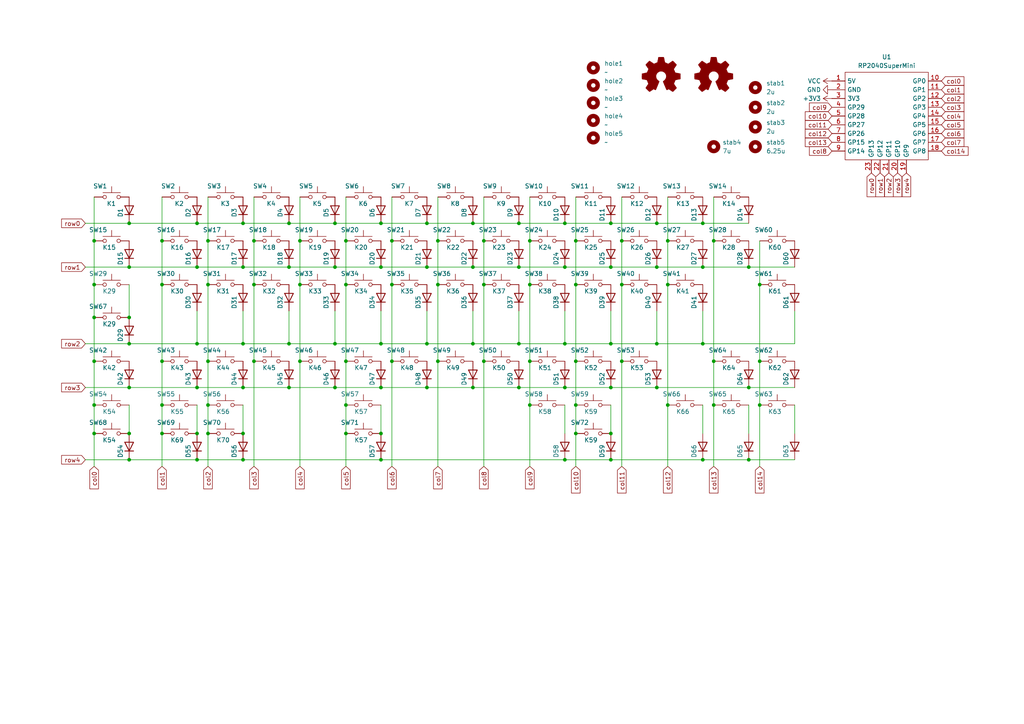
<source format=kicad_sch>
(kicad_sch (version 20230121) (generator eeschema)
  (paper "A4")
  (junction (at 100.33 69.85))
  (junction (at 140.335 104.775))
  (junction (at 110.49 99.695))
  (junction (at 70.485 125.73))
  (junction (at 27.305 125.73))
  (junction (at 180.34 82.55))
  (junction (at 113.665 69.85))
  (junction (at 46.99 69.85))
  (junction (at 180.34 104.775))
  (junction (at 220.345 82.55))
  (junction (at 37.465 99.695))
  (junction (at 123.825 112.395))
  (junction (at 207.01 104.775))
  (junction (at 163.83 64.77))
  (junction (at 167.005 117.475))
  (junction (at 100.33 82.55))
  (junction (at 60.325 117.475))
  (junction (at 217.17 133.35))
  (junction (at 57.15 125.73))
  (junction (at 137.16 77.47))
  (junction (at 163.83 77.47))
  (junction (at 60.325 104.775))
  (junction (at 73.66 82.55))
  (junction (at 193.675 69.85))
  (junction (at 167.005 104.775))
  (junction (at 217.17 112.395))
  (junction (at 113.665 104.775))
  (junction (at 140.335 82.55))
  (junction (at 46.99 125.73))
  (junction (at 97.155 64.77))
  (junction (at 70.485 64.77))
  (junction (at 86.995 82.55))
  (junction (at 193.675 117.475))
  (junction (at 220.345 104.775))
  (junction (at 177.165 64.77))
  (junction (at 153.67 104.775))
  (junction (at 153.67 82.55))
  (junction (at 60.325 69.85))
  (junction (at 137.16 64.77))
  (junction (at 180.34 69.85))
  (junction (at 97.155 77.47))
  (junction (at 203.835 99.695))
  (junction (at 60.325 82.55))
  (junction (at 123.825 77.47))
  (junction (at 73.66 104.775))
  (junction (at 190.5 77.47))
  (junction (at 100.33 104.775))
  (junction (at 70.485 99.695))
  (junction (at 167.005 69.85))
  (junction (at 190.5 64.77))
  (junction (at 37.465 77.47))
  (junction (at 97.155 112.395))
  (junction (at 57.15 133.35))
  (junction (at 217.17 77.47))
  (junction (at 100.33 117.475))
  (junction (at 73.66 69.85))
  (junction (at 46.99 117.475))
  (junction (at 203.835 64.77))
  (junction (at 86.995 69.85))
  (junction (at 177.165 133.35))
  (junction (at 83.82 64.77))
  (junction (at 83.82 77.47))
  (junction (at 110.49 112.395))
  (junction (at 150.495 64.77))
  (junction (at 100.33 125.73))
  (junction (at 110.49 133.35))
  (junction (at 46.99 104.775))
  (junction (at 70.485 112.395))
  (junction (at 37.465 64.77))
  (junction (at 37.465 125.73))
  (junction (at 37.465 92.075))
  (junction (at 70.485 77.47))
  (junction (at 177.165 77.47))
  (junction (at 153.67 69.85))
  (junction (at 27.305 69.85))
  (junction (at 110.49 64.77))
  (junction (at 70.485 133.35))
  (junction (at 123.825 99.695))
  (junction (at 203.835 77.47))
  (junction (at 110.49 125.73))
  (junction (at 27.305 82.55))
  (junction (at 57.15 99.695))
  (junction (at 190.5 99.695))
  (junction (at 83.82 112.395))
  (junction (at 167.005 125.73))
  (junction (at 207.01 117.475))
  (junction (at 153.67 117.475))
  (junction (at 83.82 99.695))
  (junction (at 46.99 82.55))
  (junction (at 163.83 112.395))
  (junction (at 163.83 99.695))
  (junction (at 177.165 125.73))
  (junction (at 86.995 104.775))
  (junction (at 150.495 112.395))
  (junction (at 163.83 133.35))
  (junction (at 37.465 133.35))
  (junction (at 137.16 99.695))
  (junction (at 27.305 104.775))
  (junction (at 127 104.775))
  (junction (at 37.465 112.395))
  (junction (at 207.01 69.85))
  (junction (at 127 82.55))
  (junction (at 190.5 112.395))
  (junction (at 203.835 133.35))
  (junction (at 27.305 92.075))
  (junction (at 113.665 82.55))
  (junction (at 57.15 77.47))
  (junction (at 140.335 69.85))
  (junction (at 177.165 112.395))
  (junction (at 97.155 99.695))
  (junction (at 60.325 125.73))
  (junction (at 57.15 64.77))
  (junction (at 220.345 117.475))
  (junction (at 150.495 77.47))
  (junction (at 137.16 112.395))
  (junction (at 167.005 82.55))
  (junction (at 123.825 64.77))
  (junction (at 177.165 99.695))
  (junction (at 57.15 112.395))
  (junction (at 127 69.85))
  (junction (at 27.305 117.475))
  (junction (at 150.495 99.695))
  (junction (at 110.49 77.47))
  (junction (at 193.675 82.55))
  (wire (pts (xy 180.34 69.85) (xy 180.34 82.55)))
  (wire (pts (xy 150.495 64.77) (xy 163.83 64.77)))
  (wire (pts (xy 27.305 104.775) (xy 27.305 117.475)))
  (wire (pts (xy 177.165 77.47) (xy 190.5 77.47)))
  (wire (pts (xy 83.82 99.695) (xy 97.155 99.695)))
  (wire (pts (xy 190.5 112.395) (xy 217.17 112.395)))
  (wire (pts (xy 70.485 133.35) (xy 110.49 133.35)))
  (wire (pts (xy 140.335 82.55) (xy 140.335 104.775)))
  (wire (pts (xy 123.825 112.395) (xy 137.16 112.395)))
  (wire (pts (xy 73.66 104.775) (xy 73.66 135.255)))
  (wire (pts (xy 177.165 99.695) (xy 190.5 99.695)))
  (wire (pts (xy 37.465 125.73) (xy 37.465 117.475)))
  (wire (pts (xy 123.825 99.695) (xy 123.825 90.17)))
  (wire (pts (xy 190.5 99.695) (xy 203.835 99.695)))
  (wire (pts (xy 24.765 77.47) (xy 37.465 77.47)))
  (wire (pts (xy 60.325 57.15) (xy 60.325 69.85)))
  (wire (pts (xy 153.67 82.55) (xy 153.67 104.775)))
  (wire (pts (xy 60.325 125.73) (xy 60.325 135.255)))
  (wire (pts (xy 27.305 92.075) (xy 27.305 104.775)))
  (wire (pts (xy 113.665 104.775) (xy 113.665 135.255)))
  (wire (pts (xy 37.465 77.47) (xy 57.15 77.47)))
  (wire (pts (xy 60.325 117.475) (xy 60.325 125.73)))
  (wire (pts (xy 86.995 82.55) (xy 86.995 104.775)))
  (wire (pts (xy 190.5 99.695) (xy 190.5 90.17)))
  (wire (pts (xy 153.67 57.15) (xy 153.67 69.85)))
  (wire (pts (xy 203.835 64.77) (xy 217.17 64.77)))
  (wire (pts (xy 127 57.15) (xy 127 69.85)))
  (wire (pts (xy 163.83 112.395) (xy 177.165 112.395)))
  (wire (pts (xy 70.485 99.695) (xy 70.485 90.17)))
  (wire (pts (xy 137.16 112.395) (xy 150.495 112.395)))
  (wire (pts (xy 140.335 104.775) (xy 140.335 135.255)))
  (wire (pts (xy 100.33 82.55) (xy 100.33 104.775)))
  (wire (pts (xy 190.5 64.77) (xy 203.835 64.77)))
  (wire (pts (xy 167.005 57.15) (xy 167.005 69.85)))
  (wire (pts (xy 163.83 99.695) (xy 177.165 99.695)))
  (wire (pts (xy 113.665 82.55) (xy 113.665 104.775)))
  (wire (pts (xy 46.99 117.475) (xy 46.99 125.73)))
  (wire (pts (xy 153.67 69.85) (xy 153.67 82.55)))
  (wire (pts (xy 180.34 104.775) (xy 180.34 135.255)))
  (wire (pts (xy 193.675 82.55) (xy 193.675 117.475)))
  (wire (pts (xy 110.49 64.77) (xy 123.825 64.77)))
  (wire (pts (xy 110.49 133.35) (xy 163.83 133.35)))
  (wire (pts (xy 127 69.85) (xy 127 82.55)))
  (wire (pts (xy 110.49 77.47) (xy 123.825 77.47)))
  (wire (pts (xy 100.33 57.15) (xy 100.33 69.85)))
  (wire (pts (xy 100.33 69.85) (xy 100.33 82.55)))
  (wire (pts (xy 70.485 99.695) (xy 83.82 99.695)))
  (wire (pts (xy 70.485 112.395) (xy 83.82 112.395)))
  (wire (pts (xy 137.16 64.77) (xy 150.495 64.77)))
  (wire (pts (xy 123.825 99.695) (xy 137.16 99.695)))
  (wire (pts (xy 167.005 82.55) (xy 167.005 104.775)))
  (wire (pts (xy 220.345 117.475) (xy 220.345 135.255)))
  (wire (pts (xy 137.16 99.695) (xy 137.16 90.17)))
  (wire (pts (xy 163.83 133.35) (xy 177.165 133.35)))
  (wire (pts (xy 97.155 64.77) (xy 110.49 64.77)))
  (wire (pts (xy 27.305 117.475) (xy 27.305 125.73)))
  (wire (pts (xy 167.005 104.775) (xy 167.005 117.475)))
  (wire (pts (xy 123.825 64.77) (xy 137.16 64.77)))
  (wire (pts (xy 177.165 64.77) (xy 190.5 64.77)))
  (wire (pts (xy 217.17 77.47) (xy 230.505 77.47)))
  (wire (pts (xy 46.99 69.85) (xy 46.99 82.55)))
  (wire (pts (xy 207.01 57.15) (xy 207.01 69.85)))
  (wire (pts (xy 37.465 133.35) (xy 57.15 133.35)))
  (wire (pts (xy 97.155 99.695) (xy 97.155 90.17)))
  (wire (pts (xy 193.675 117.475) (xy 193.675 135.255)))
  (wire (pts (xy 110.49 99.695) (xy 110.49 90.17)))
  (wire (pts (xy 163.83 125.73) (xy 163.83 117.475)))
  (wire (pts (xy 86.995 57.15) (xy 86.995 69.85)))
  (wire (pts (xy 150.495 77.47) (xy 163.83 77.47)))
  (wire (pts (xy 150.495 112.395) (xy 163.83 112.395)))
  (wire (pts (xy 163.83 77.47) (xy 177.165 77.47)))
  (wire (pts (xy 83.82 112.395) (xy 97.155 112.395)))
  (wire (pts (xy 203.835 99.695) (xy 203.835 90.17)))
  (wire (pts (xy 113.665 69.85) (xy 113.665 82.55)))
  (wire (pts (xy 110.49 125.73) (xy 110.49 117.475)))
  (wire (pts (xy 57.15 125.73) (xy 57.15 117.475)))
  (wire (pts (xy 27.305 69.85) (xy 27.305 82.55)))
  (wire (pts (xy 60.325 104.775) (xy 60.325 117.475)))
  (wire (pts (xy 57.15 99.695) (xy 57.15 90.17)))
  (wire (pts (xy 57.15 99.695) (xy 70.485 99.695)))
  (wire (pts (xy 73.66 57.15) (xy 73.66 69.85)))
  (wire (pts (xy 97.155 112.395) (xy 110.49 112.395)))
  (wire (pts (xy 177.165 133.35) (xy 203.835 133.35)))
  (wire (pts (xy 127 104.775) (xy 127 135.255)))
  (wire (pts (xy 70.485 77.47) (xy 83.82 77.47)))
  (wire (pts (xy 193.675 69.85) (xy 193.675 82.55)))
  (wire (pts (xy 46.99 82.55) (xy 46.99 104.775)))
  (wire (pts (xy 100.33 117.475) (xy 100.33 125.73)))
  (wire (pts (xy 113.665 57.15) (xy 113.665 69.85)))
  (wire (pts (xy 27.305 82.55) (xy 27.305 92.075)))
  (wire (pts (xy 57.15 64.77) (xy 70.485 64.77)))
  (wire (pts (xy 153.67 117.475) (xy 153.67 135.255)))
  (wire (pts (xy 110.49 112.395) (xy 123.825 112.395)))
  (wire (pts (xy 37.465 64.77) (xy 57.15 64.77)))
  (wire (pts (xy 46.99 125.73) (xy 46.99 135.255)))
  (wire (pts (xy 203.835 133.35) (xy 217.17 133.35)))
  (wire (pts (xy 193.675 57.15) (xy 193.675 69.85)))
  (wire (pts (xy 24.765 112.395) (xy 37.465 112.395)))
  (wire (pts (xy 217.17 112.395) (xy 230.505 112.395)))
  (wire (pts (xy 220.345 69.85) (xy 220.345 82.55)))
  (wire (pts (xy 127 82.55) (xy 127 104.775)))
  (wire (pts (xy 37.465 92.075) (xy 37.465 82.55)))
  (wire (pts (xy 83.82 99.695) (xy 83.82 90.17)))
  (wire (pts (xy 167.005 69.85) (xy 167.005 82.55)))
  (wire (pts (xy 203.835 99.695) (xy 230.505 99.695)))
  (wire (pts (xy 123.825 77.47) (xy 137.16 77.47)))
  (wire (pts (xy 70.485 125.73) (xy 70.485 117.475)))
  (wire (pts (xy 86.995 69.85) (xy 86.995 82.55)))
  (wire (pts (xy 83.82 77.47) (xy 97.155 77.47)))
  (wire (pts (xy 217.17 133.35) (xy 230.505 133.35)))
  (wire (pts (xy 163.83 64.77) (xy 177.165 64.77)))
  (wire (pts (xy 57.15 112.395) (xy 70.485 112.395)))
  (wire (pts (xy 27.305 57.15) (xy 27.305 69.85)))
  (wire (pts (xy 220.345 82.55) (xy 220.345 104.775)))
  (wire (pts (xy 207.01 117.475) (xy 207.01 135.255)))
  (wire (pts (xy 57.15 133.35) (xy 70.485 133.35)))
  (wire (pts (xy 60.325 69.85) (xy 60.325 82.55)))
  (wire (pts (xy 150.495 99.695) (xy 163.83 99.695)))
  (wire (pts (xy 24.765 64.77) (xy 37.465 64.77)))
  (wire (pts (xy 46.99 104.775) (xy 46.99 117.475)))
  (wire (pts (xy 73.66 69.85) (xy 73.66 82.55)))
  (wire (pts (xy 203.835 77.47) (xy 217.17 77.47)))
  (wire (pts (xy 177.165 125.73) (xy 177.165 117.475)))
  (wire (pts (xy 203.835 125.73) (xy 203.835 117.475)))
  (wire (pts (xy 37.465 99.695) (xy 57.15 99.695)))
  (wire (pts (xy 24.765 133.35) (xy 37.465 133.35)))
  (wire (pts (xy 220.345 104.775) (xy 220.345 117.475)))
  (wire (pts (xy 27.305 125.73) (xy 27.305 135.255)))
  (wire (pts (xy 217.17 125.73) (xy 217.17 117.475)))
  (wire (pts (xy 100.33 125.73) (xy 100.33 135.255)))
  (wire (pts (xy 150.495 99.695) (xy 150.495 90.17)))
  (wire (pts (xy 110.49 99.695) (xy 123.825 99.695)))
  (wire (pts (xy 167.005 117.475) (xy 167.005 125.73)))
  (wire (pts (xy 137.16 77.47) (xy 150.495 77.47)))
  (wire (pts (xy 70.485 64.77) (xy 83.82 64.77)))
  (wire (pts (xy 97.155 77.47) (xy 110.49 77.47)))
  (wire (pts (xy 207.01 69.85) (xy 207.01 104.775)))
  (wire (pts (xy 37.465 112.395) (xy 57.15 112.395)))
  (wire (pts (xy 190.5 112.395) (xy 177.165 112.395)))
  (wire (pts (xy 100.33 104.775) (xy 100.33 117.475)))
  (wire (pts (xy 230.505 125.73) (xy 230.505 117.475)))
  (wire (pts (xy 140.335 69.85) (xy 140.335 82.55)))
  (wire (pts (xy 57.15 77.47) (xy 70.485 77.47)))
  (wire (pts (xy 46.99 57.15) (xy 46.99 69.85)))
  (wire (pts (xy 180.34 82.55) (xy 180.34 104.775)))
  (wire (pts (xy 207.01 104.775) (xy 207.01 117.475)))
  (wire (pts (xy 190.5 77.47) (xy 203.835 77.47)))
  (wire (pts (xy 97.155 99.695) (xy 110.49 99.695)))
  (wire (pts (xy 83.82 64.77) (xy 97.155 64.77)))
  (wire (pts (xy 73.66 82.55) (xy 73.66 104.775)))
  (wire (pts (xy 60.325 82.55) (xy 60.325 104.775)))
  (wire (pts (xy 180.34 57.15) (xy 180.34 69.85)))
  (wire (pts (xy 153.67 104.775) (xy 153.67 117.475)))
  (wire (pts (xy 24.765 99.695) (xy 37.465 99.695)))
  (wire (pts (xy 140.335 57.15) (xy 140.335 69.85)))
  (wire (pts (xy 86.995 104.775) (xy 86.995 135.255)))
  (wire (pts (xy 177.165 99.695) (xy 177.165 90.17)))
  (wire (pts (xy 167.005 125.73) (xy 167.005 135.255)))
  (wire (pts (xy 137.16 99.695) (xy 150.495 99.695)))
  (wire (pts (xy 163.83 99.695) (xy 163.83 90.17)))
  (wire (pts (xy 230.505 99.695) (xy 230.505 90.17)))
  (global_label "row1" (shape input) (at 255.27 50.165 270) (property "Intersheetrefs" "${INTERSHEET_REFS}" (effects hide)))
  (global_label "row1" (shape input) (at 24.765 77.47 180) (property "Intersheetrefs" "${INTERSHEET_REFS}" (effects hide)))
  (global_label "row4" (shape input) (at 262.89 50.165 270) (property "Intersheetrefs" "${INTERSHEET_REFS}" (effects hide)))
  (global_label "row0" (shape input) (at 24.765 64.77 180) (property "Intersheetrefs" "${INTERSHEET_REFS}" (effects hide)))
  (global_label "col12" (shape input) (at 193.675 135.255 270) (property "Intersheetrefs" "${INTERSHEET_REFS}" (effects hide)))
  (global_label "col8" (shape input) (at 140.335 135.255 270) (property "Intersheetrefs" "${INTERSHEET_REFS}" (effects hide)))
  (global_label "row3" (shape input) (at 24.765 112.395 180) (property "Intersheetrefs" "${INTERSHEET_REFS}" (effects hide)))
  (global_label "col6" (shape input) (at 113.665 135.255 270) (property "Intersheetrefs" "${INTERSHEET_REFS}" (effects hide)))
  (global_label "col3" (shape input) (at 273.05 31.115 0) (property "Intersheetrefs" "${INTERSHEET_REFS}" (effects hide)))
  (global_label "col12" (shape input) (at 241.3 38.735 180) (property "Intersheetrefs" "${INTERSHEET_REFS}" (effects hide)))
  (global_label "col6" (shape input) (at 273.05 38.735 0) (property "Intersheetrefs" "${INTERSHEET_REFS}" (effects hide)))
  (global_label "col13" (shape input) (at 241.3 41.275 180) (property "Intersheetrefs" "${INTERSHEET_REFS}" (effects hide)))
  (global_label "row4" (shape input) (at 24.765 133.35 180) (property "Intersheetrefs" "${INTERSHEET_REFS}" (effects hide)))
  (global_label "col9" (shape input) (at 241.3 31.115 180) (property "Intersheetrefs" "${INTERSHEET_REFS}" (effects hide)))
  (global_label "col4" (shape input) (at 273.05 33.655 0) (property "Intersheetrefs" "${INTERSHEET_REFS}" (effects hide)))
  (global_label "col13" (shape input) (at 207.01 135.255 270) (property "Intersheetrefs" "${INTERSHEET_REFS}" (effects hide)))
  (global_label "col1" (shape input) (at 46.99 135.255 270) (property "Intersheetrefs" "${INTERSHEET_REFS}" (effects hide)))
  (global_label "col8" (shape input) (at 241.3 43.815 180) (property "Intersheetrefs" "${INTERSHEET_REFS}" (effects hide)))
  (global_label "col3" (shape input) (at 73.66 135.255 270) (property "Intersheetrefs" "${INTERSHEET_REFS}" (effects hide)))
  (global_label "row2" (shape input) (at 24.765 99.695 180) (property "Intersheetrefs" "${INTERSHEET_REFS}" (effects hide)))
  (global_label "col7" (shape input) (at 127 135.255 270) (property "Intersheetrefs" "${INTERSHEET_REFS}" (effects hide)))
  (global_label "col1" (shape input) (at 273.05 26.035 0) (property "Intersheetrefs" "${INTERSHEET_REFS}" (effects hide)))
  (global_label "col0" (shape input) (at 273.05 23.495 0) (property "Intersheetrefs" "${INTERSHEET_REFS}" (effects hide)))
  (global_label "row2" (shape input) (at 257.81 50.165 270) (property "Intersheetrefs" "${INTERSHEET_REFS}" (effects hide)))
  (global_label "col0" (shape input) (at 27.305 135.255 270) (property "Intersheetrefs" "${INTERSHEET_REFS}" (effects hide)))
  (global_label "col10" (shape input) (at 167.005 135.255 270) (property "Intersheetrefs" "${INTERSHEET_REFS}" (effects hide)))
  (global_label "col10" (shape input) (at 241.3 33.655 180) (property "Intersheetrefs" "${INTERSHEET_REFS}" (effects hide)))
  (global_label "col7" (shape input) (at 273.05 41.275 0) (property "Intersheetrefs" "${INTERSHEET_REFS}" (effects hide)))
  (global_label "col5" (shape input) (at 100.33 135.255 270) (property "Intersheetrefs" "${INTERSHEET_REFS}" (effects hide)))
  (global_label "row0" (shape input) (at 252.73 50.165 270) (property "Intersheetrefs" "${INTERSHEET_REFS}" (effects hide)))
  (global_label "col11" (shape input) (at 180.34 135.255 270) (property "Intersheetrefs" "${INTERSHEET_REFS}" (effects hide)))
  (global_label "col4" (shape input) (at 86.995 135.255 270) (property "Intersheetrefs" "${INTERSHEET_REFS}" (effects hide)))
  (global_label "col2" (shape input) (at 273.05 28.575 0) (property "Intersheetrefs" "${INTERSHEET_REFS}" (effects hide)))
  (global_label "col5" (shape input) (at 273.05 36.195 0) (property "Intersheetrefs" "${INTERSHEET_REFS}" (effects hide)))
  (global_label "col9" (shape input) (at 153.67 135.255 270) (property "Intersheetrefs" "${INTERSHEET_REFS}" (effects hide)))
  (global_label "col14" (shape input) (at 220.345 135.255 270) (property "Intersheetrefs" "${INTERSHEET_REFS}" (effects hide)))
  (global_label "row3" (shape input) (at 260.35 50.165 270) (property "Intersheetrefs" "${INTERSHEET_REFS}" (effects hide)))
  (global_label "col14" (shape input) (at 273.05 43.815 0) (property "Intersheetrefs" "${INTERSHEET_REFS}" (effects hide)))
  (global_label "col2" (shape input) (at 60.325 135.255 270) (property "Intersheetrefs" "${INTERSHEET_REFS}" (effects hide)))
  (global_label "col11" (shape input) (at 241.3 36.195 180) (property "Intersheetrefs" "${INTERSHEET_REFS}" (effects hide)))
  (symbol (lib_id "Mechanical:MountingHole") (at 219.075 25.4 0) (unit 1)
    (property "Reference" "stab1" (at 222.25 24.13 0) (effects (justify left)))
    (property "Value" "2u" (at 222.25 26.67 0) (effects (justify left)))
    (property "Footprint" "PCM_Mounting_Keyboard_Stabilizer:Stabilizer_Cherry_MX_2.00u" (effects hide))
  )
  (symbol (lib_id "Switch:SW_Push") (at 118.745 57.15 0) (unit 1)
    (property "Reference" "SW7" (at 117.475 53.975 0) (effects (justify right)))
    (property "Value" "K7" (at 120.015 59.055 0) (effects (justify right)))
    (property "Footprint" "DreaM117er-keebLibrary:SW_Hotswap_Kailh_MX_Plated_1.00u" (effects hide))
  )
  (symbol (lib_id "Diode:1N4148") (at 163.83 60.96 90) (unit 1)
    (property "Reference" "D10" (at 161.29 60.325 0) (effects (justify right)))
    (property "Value" "1N4148" (effects hide))
    (property "Footprint" "DreaM117er-keebLibrary:D_SOD-123" (effects hide))
    (property "Datasheet" "https://assets.nexperia.com/documents/data-sheet/1N4148_1N4448.pdf" (effects hide))
    (property "Sim.Device" "D" (effects hide))
    (property "Sim.Pins" "1=K 2=A" (effects hide))
  )
  (symbol (lib_id "Diode:1N4148") (at 190.5 108.585 90) (unit 1)
    (property "Reference" "D53" (at 187.96 107.95 0) (effects (justify right)))
    (property "Value" "1N4148" (effects hide))
    (property "Footprint" "DreaM117er-keebLibrary:D_SOD-123" (effects hide))
    (property "Datasheet" "https://assets.nexperia.com/documents/data-sheet/1N4148_1N4448.pdf" (effects hide))
    (property "Sim.Device" "D" (effects hide))
    (property "Sim.Pins" "1=K 2=A" (effects hide))
  )
  (symbol (lib_id "Diode:1N4148") (at 97.155 108.585 90) (unit 1)
    (property "Reference" "D46" (at 94.615 107.95 0) (effects (justify right)))
    (property "Value" "1N4148" (effects hide))
    (property "Footprint" "DreaM117er-keebLibrary:D_SOD-123" (effects hide))
    (property "Datasheet" "https://assets.nexperia.com/documents/data-sheet/1N4148_1N4448.pdf" (effects hide))
    (property "Sim.Device" "D" (effects hide))
    (property "Sim.Pins" "1=K 2=A" (effects hide))
  )
  (symbol (lib_id "Switch:SW_Push") (at 212.09 117.475 0) (unit 1)
    (property "Reference" "SW65" (at 210.82 114.3 0) (effects (justify right)))
    (property "Value" "K65" (at 213.36 119.38 0) (effects (justify right)))
    (property "Footprint" "DreaM117er-keebLibrary:SW_Hotswap_Kailh_MX_Plated_1.00u" (effects hide))
  )
  (symbol (lib_id "Diode:1N4148") (at 123.825 60.96 90) (unit 1)
    (property "Reference" "D7" (at 121.285 60.325 0) (effects (justify right)))
    (property "Value" "1N4148" (effects hide))
    (property "Footprint" "DreaM117er-keebLibrary:D_SOD-123" (effects hide))
    (property "Datasheet" "https://assets.nexperia.com/documents/data-sheet/1N4148_1N4448.pdf" (effects hide))
    (property "Sim.Device" "D" (effects hide))
    (property "Sim.Pins" "1=K 2=A" (effects hide))
  )
  (symbol (lib_id "Diode:1N4148") (at 110.49 108.585 90) (unit 1)
    (property "Reference" "D47" (at 107.95 107.95 0) (effects (justify right)))
    (property "Value" "1N4148" (effects hide))
    (property "Footprint" "DreaM117er-keebLibrary:D_SOD-123" (effects hide))
    (property "Datasheet" "https://assets.nexperia.com/documents/data-sheet/1N4148_1N4448.pdf" (effects hide))
    (property "Sim.Device" "D" (effects hide))
    (property "Sim.Pins" "1=K 2=A" (effects hide))
  )
  (symbol (lib_id "Graphic:Logo_Open_Hardware_Small") (at 191.77 22.225 0) (unit 1) (in_bom no) (on_board no)
    (property "Reference" "#SYM2" (effects hide))
    (property "Value" "Logo_Open_Hardware_Small" (effects hide))
    (property "Footprint" "Symbol:OSHW-Symbol_6.7x6mm_SilkScreen" (effects hide))
    (property "Sim.Enable" "0" (effects hide))
  )
  (symbol (lib_id "Diode:1N4148") (at 37.465 108.585 90) (unit 1)
    (property "Reference" "D42" (at 34.925 107.95 0) (effects (justify right)))
    (property "Value" "1N4148" (effects hide))
    (property "Footprint" "DreaM117er-keebLibrary:D_SOD-123" (effects hide))
    (property "Datasheet" "https://assets.nexperia.com/documents/data-sheet/1N4148_1N4448.pdf" (effects hide))
    (property "Sim.Device" "D" (effects hide))
    (property "Sim.Pins" "1=K 2=A" (effects hide))
  )
  (symbol (lib_id "Diode:1N4148") (at 123.825 73.66 90) (unit 1)
    (property "Reference" "D21" (at 121.285 73.025 0) (effects (justify right)))
    (property "Value" "1N4148" (effects hide))
    (property "Footprint" "DreaM117er-keebLibrary:D_SOD-123" (effects hide))
    (property "Datasheet" "https://assets.nexperia.com/documents/data-sheet/1N4148_1N4448.pdf" (effects hide))
    (property "Sim.Device" "D" (effects hide))
    (property "Sim.Pins" "1=K 2=A" (effects hide))
  )
  (symbol (lib_id "Mechanical:MountingHole") (at 172.085 19.685 0) (unit 1)
    (property "Reference" "hole1" (at 175.26 18.415 0) (effects (justify left)))
    (property "Value" "~" (at 175.26 20.955 0) (effects (justify left)))
    (property "Footprint" "MountingHole:MountingHole_3.5mm" (effects hide))
  )
  (symbol (lib_id "Switch:SW_Push") (at 172.085 117.475 0) (unit 1)
    (property "Reference" "SW59" (at 170.815 114.3 0) (effects (justify right)))
    (property "Value" "K59" (at 173.355 119.38 0) (effects (justify right)))
    (property "Footprint" "DreaM117er-keebLibrary:SW_Hotswap_Kailh_MX_Plated_1.25u" (effects hide))
  )
  (symbol (lib_id "Switch:SW_Push") (at 132.08 104.775 0) (unit 1)
    (property "Reference" "SW49" (at 130.81 101.6 0) (effects (justify right)))
    (property "Value" "K49" (at 133.35 106.68 0) (effects (justify right)))
    (property "Footprint" "DreaM117er-keebLibrary:SW_Hotswap_Kailh_MX_Plated_1.00u" (effects hide))
  )
  (symbol (lib_id "Diode:1N4148") (at 217.17 73.66 90) (unit 1)
    (property "Reference" "D28" (at 214.63 73.025 0) (effects (justify right)))
    (property "Value" "1N4148" (effects hide))
    (property "Footprint" "DreaM117er-keebLibrary:D_SOD-123" (effects hide))
    (property "Datasheet" "https://assets.nexperia.com/documents/data-sheet/1N4148_1N4448.pdf" (effects hide))
    (property "Sim.Device" "D" (effects hide))
    (property "Sim.Pins" "1=K 2=A" (effects hide))
  )
  (symbol (lib_id "Switch:SW_Push") (at 32.385 125.73 0) (unit 1)
    (property "Reference" "SW68" (at 31.115 122.555 0) (effects (justify right)))
    (property "Value" "K54" (at 33.655 127.635 0) (effects (justify right)))
    (property "Footprint" "DreaM117er-keebLibrary:SW_Hotswap_Kailh_MX_Plated_1.50u" (effects hide))
  )
  (symbol (lib_id "Switch:SW_Push") (at 118.745 82.55 0) (unit 1)
    (property "Reference" "SW35" (at 117.475 79.375 0) (effects (justify right)))
    (property "Value" "K35" (at 120.015 84.455 0) (effects (justify right)))
    (property "Footprint" "DreaM117er-keebLibrary:SW_Hotswap_Kailh_MX_Plated_1.00u" (effects hide))
  )
  (symbol (lib_id "Diode:1N4148") (at 70.485 73.66 90) (unit 1)
    (property "Reference" "D17" (at 67.945 73.025 0) (effects (justify right)))
    (property "Value" "1N4148" (effects hide))
    (property "Footprint" "DreaM117er-keebLibrary:D_SOD-123" (effects hide))
    (property "Datasheet" "https://assets.nexperia.com/documents/data-sheet/1N4148_1N4448.pdf" (effects hide))
    (property "Sim.Device" "D" (effects hide))
    (property "Sim.Pins" "1=K 2=A" (effects hide))
  )
  (symbol (lib_id "Switch:SW_Push") (at 65.405 104.775 0) (unit 1)
    (property "Reference" "SW44" (at 64.135 101.6 0) (effects (justify right)))
    (property "Value" "K44" (at 66.675 106.68 0) (effects (justify right)))
    (property "Footprint" "DreaM117er-keebLibrary:SW_Hotswap_Kailh_MX_Plated_1.00u" (effects hide))
  )
  (symbol (lib_id "Diode:1N4148") (at 123.825 86.36 90) (unit 1)
    (property "Reference" "D35" (at 121.285 85.725 0) (effects (justify right)))
    (property "Value" "1N4148" (effects hide))
    (property "Footprint" "DreaM117er-keebLibrary:D_SOD-123" (effects hide))
    (property "Datasheet" "https://assets.nexperia.com/documents/data-sheet/1N4148_1N4448.pdf" (effects hide))
    (property "Sim.Device" "D" (effects hide))
    (property "Sim.Pins" "1=K 2=A" (effects hide))
  )
  (symbol (lib_id "Diode:1N4148") (at 150.495 73.66 90) (unit 1)
    (property "Reference" "D23" (at 147.955 73.025 0) (effects (justify right)))
    (property "Value" "1N4148" (effects hide))
    (property "Footprint" "DreaM117er-keebLibrary:D_SOD-123" (effects hide))
    (property "Datasheet" "https://assets.nexperia.com/documents/data-sheet/1N4148_1N4448.pdf" (effects hide))
    (property "Sim.Device" "D" (effects hide))
    (property "Sim.Pins" "1=K 2=A" (effects hide))
  )
  (symbol (lib_id "Switch:SW_Push") (at 65.405 57.15 0) (unit 1)
    (property "Reference" "SW3" (at 64.135 53.975 0) (effects (justify right)))
    (property "Value" "K3" (at 66.675 59.055 0) (effects (justify right)))
    (property "Footprint" "DreaM117er-keebLibrary:SW_Hotswap_Kailh_MX_Plated_1.00u" (effects hide))
  )
  (symbol (lib_id "Switch:SW_Push") (at 105.41 104.775 0) (unit 1)
    (property "Reference" "SW47" (at 104.14 101.6 0) (effects (justify right)))
    (property "Value" "K47" (at 106.68 106.68 0) (effects (justify right)))
    (property "Footprint" "DreaM117er-keebLibrary:SW_Hotswap_Kailh_MX_Plated_1.00u" (effects hide))
  )
  (symbol (lib_id "Switch:SW_Push") (at 78.74 69.85 0) (unit 1)
    (property "Reference" "SW18" (at 77.47 66.675 0) (effects (justify right)))
    (property "Value" "K18" (at 80.01 71.755 0) (effects (justify right)))
    (property "Footprint" "DreaM117er-keebLibrary:SW_Hotswap_Kailh_MX_Plated_1.00u" (effects hide))
  )
  (symbol (lib_id "Switch:SW_Push") (at 78.74 82.55 0) (unit 1)
    (property "Reference" "SW32" (at 77.47 79.375 0) (effects (justify right)))
    (property "Value" "K32" (at 80.01 84.455 0) (effects (justify right)))
    (property "Footprint" "DreaM117er-keebLibrary:SW_Hotswap_Kailh_MX_Plated_1.00u" (effects hide))
  )
  (symbol (lib_id "Mechanical:MountingHole") (at 219.075 31.115 0) (unit 1)
    (property "Reference" "stab2" (at 222.25 29.845 0) (effects (justify left)))
    (property "Value" "2u" (at 222.25 32.385 0) (effects (justify left)))
    (property "Footprint" "PCM_Mounting_Keyboard_Stabilizer:Stabilizer_Cherry_MX_2.00u" (effects hide))
  )
  (symbol (lib_id "Switch:SW_Push") (at 158.75 117.475 0) (unit 1)
    (property "Reference" "SW58" (at 157.48 114.3 0) (effects (justify right)))
    (property "Value" "K58" (at 160.02 119.38 0) (effects (justify right)))
    (property "Footprint" "DreaM117er-keebLibrary:SW_Hotswap_Kailh_MX_Plated_1.25u" (effects hide))
  )
  (symbol (lib_id "Diode:1N4148") (at 97.155 60.96 90) (unit 1)
    (property "Reference" "D5" (at 94.615 60.325 0) (effects (justify right)))
    (property "Value" "1N4148" (effects hide))
    (property "Footprint" "DreaM117er-keebLibrary:D_SOD-123" (effects hide))
    (property "Datasheet" "https://assets.nexperia.com/documents/data-sheet/1N4148_1N4448.pdf" (effects hide))
    (property "Sim.Device" "D" (effects hide))
    (property "Sim.Pins" "1=K 2=A" (effects hide))
  )
  (symbol (lib_id "Switch:SW_Push") (at 198.755 57.15 0) (unit 1)
    (property "Reference" "SW13" (at 197.485 53.975 0) (effects (justify right)))
    (property "Value" "K13" (at 200.025 59.055 0) (effects (justify right)))
    (property "Footprint" "DreaM117er-keebLibrary:SW_Hotswap_Kailh_MX_Plated_1.00u" (effects hide))
  )
  (symbol (lib_id "Diode:1N4148") (at 97.155 73.66 90) (unit 1)
    (property "Reference" "D19" (at 94.615 73.025 0) (effects (justify right)))
    (property "Value" "1N4148" (effects hide))
    (property "Footprint" "DreaM117er-keebLibrary:D_SOD-123" (effects hide))
    (property "Datasheet" "https://assets.nexperia.com/documents/data-sheet/1N4148_1N4448.pdf" (effects hide))
    (property "Sim.Device" "D" (effects hide))
    (property "Sim.Pins" "1=K 2=A" (effects hide))
  )
  (symbol (lib_id "Switch:SW_Push") (at 92.075 82.55 0) (unit 1)
    (property "Reference" "SW33" (at 90.805 79.375 0) (effects (justify right)))
    (property "Value" "K33" (at 93.345 84.455 0) (effects (justify right)))
    (property "Footprint" "DreaM117er-keebLibrary:SW_Hotswap_Kailh_MX_Plated_1.00u" (effects hide))
  )
  (symbol (lib_id "Switch:SW_Push") (at 225.425 69.85 0) (unit 1)
    (property "Reference" "SW60" (at 224.155 66.675 0) (effects (justify right)))
    (property "Value" "K60" (at 226.695 71.755 0) (effects (justify right)))
    (property "Footprint" "DreaM117er-keebLibrary:SW_Hotswap_Kailh_MX_Plated_1.00u" (effects hide))
  )
  (symbol (lib_id "Switch:SW_Push") (at 198.755 69.85 0) (unit 1)
    (property "Reference" "SW27" (at 197.485 66.675 0) (effects (justify right)))
    (property "Value" "K27" (at 200.025 71.755 0) (effects (justify right)))
    (property "Footprint" "DreaM117er-keebLibrary:SW_Hotswap_Kailh_MX_Plated_1.00u" (effects hide))
  )
  (symbol (lib_id "Switch:SW_Push") (at 172.085 82.55 0) (unit 1)
    (property "Reference" "SW39" (at 170.815 79.375 0) (effects (justify right)))
    (property "Value" "K39" (at 173.355 84.455 0) (effects (justify right)))
    (property "Footprint" "DreaM117er-keebLibrary:SW_Hotswap_Kailh_MX_Plated_1.00u" (effects hide))
  )
  (symbol (lib_id "DreaM117er_Library:RP2040SuperMini") (at 257.175 29.845 0) (unit 1)
    (property "Reference" "U1" (at 257.175 16.51 0))
    (property "Value" "RP2040SuperMini" (at 257.175 19.05 0))
    (property "Footprint" "DreaM117er-keebLibrary:MCU_RP2040SuperMini" (effects hide))
  )
  (symbol (lib_id "Diode:1N4148") (at 83.82 86.36 90) (unit 1)
    (property "Reference" "D32" (at 81.28 85.725 0) (effects (justify right)))
    (property "Value" "1N4148" (effects hide))
    (property "Footprint" "DreaM117er-keebLibrary:D_SOD-123" (effects hide))
    (property "Datasheet" "https://assets.nexperia.com/documents/data-sheet/1N4148_1N4448.pdf" (effects hide))
    (property "Sim.Device" "D" (effects hide))
    (property "Sim.Pins" "1=K 2=A" (effects hide))
  )
  (symbol (lib_id "Switch:SW_Push") (at 52.07 57.15 0) (unit 1)
    (property "Reference" "SW2" (at 50.8 53.975 0) (effects (justify right)))
    (property "Value" "K2" (at 53.34 59.055 0) (effects (justify right)))
    (property "Footprint" "DreaM117er-keebLibrary:SW_Hotswap_Kailh_MX_Plated_1.00u" (effects hide))
  )
  (symbol (lib_id "Diode:1N4148") (at 230.505 86.36 90) (unit 1)
    (property "Reference" "D61" (at 227.965 85.725 0) (effects (justify right)))
    (property "Value" "1N4148" (effects hide))
    (property "Footprint" "DreaM117er-keebLibrary:D_SOD-123" (effects hide))
    (property "Datasheet" "https://assets.nexperia.com/documents/data-sheet/1N4148_1N4448.pdf" (effects hide))
    (property "Sim.Device" "D" (effects hide))
    (property "Sim.Pins" "1=K 2=A" (effects hide))
  )
  (symbol (lib_id "Diode:1N4148") (at 163.83 108.585 90) (unit 1)
    (property "Reference" "D51" (at 161.29 107.95 0) (effects (justify right)))
    (property "Value" "1N4148" (effects hide))
    (property "Footprint" "DreaM117er-keebLibrary:D_SOD-123" (effects hide))
    (property "Datasheet" "https://assets.nexperia.com/documents/data-sheet/1N4148_1N4448.pdf" (effects hide))
    (property "Sim.Device" "D" (effects hide))
    (property "Sim.Pins" "1=K 2=A" (effects hide))
  )
  (symbol (lib_id "Switch:SW_Push") (at 65.405 125.73 0) (unit 1)
    (property "Reference" "SW70" (at 64.135 122.555 0) (effects (justify right)))
    (property "Value" "K70" (at 66.675 127.635 0) (effects (justify right)))
    (property "Footprint" "DreaM117er-keebLibrary:SW_Hotswap_Kailh_MX_Plated_1.50u" (effects hide))
  )
  (symbol (lib_id "Switch:SW_Push") (at 32.385 104.775 0) (unit 1)
    (property "Reference" "SW42" (at 31.115 101.6 0) (effects (justify right)))
    (property "Value" "K42" (at 33.655 106.68 0) (effects (justify right)))
    (property "Footprint" "DreaM117er-keebLibrary:SW_Hotswap_Kailh_MX_Plated_2.25u" (effects hide))
  )
  (symbol (lib_id "Diode:1N4148") (at 230.505 129.54 90) (unit 1)
    (property "Reference" "D63" (at 227.965 128.905 0) (effects (justify right)))
    (property "Value" "1N4148" (effects hide))
    (property "Footprint" "DreaM117er-keebLibrary:D_SOD-123" (effects hide))
    (property "Datasheet" "https://assets.nexperia.com/documents/data-sheet/1N4148_1N4448.pdf" (effects hide))
    (property "Sim.Device" "D" (effects hide))
    (property "Sim.Pins" "1=K 2=A" (effects hide))
  )
  (symbol (lib_id "Switch:SW_Push") (at 118.745 69.85 0) (unit 1)
    (property "Reference" "SW21" (at 117.475 66.675 0) (effects (justify right)))
    (property "Value" "K21" (at 120.015 71.755 0) (effects (justify right)))
    (property "Footprint" "DreaM117er-keebLibrary:SW_Hotswap_Kailh_MX_Plated_1.00u" (effects hide))
  )
  (symbol (lib_id "Switch:SW_Push") (at 52.07 69.85 0) (unit 1)
    (property "Reference" "SW16" (at 50.8 66.675 0) (effects (justify right)))
    (property "Value" "K16" (at 53.34 71.755 0) (effects (justify right)))
    (property "Footprint" "DreaM117er-keebLibrary:SW_Hotswap_Kailh_MX_Plated_1.00u" (effects hide))
  )
  (symbol (lib_id "Switch:SW_Push") (at 52.07 125.73 0) (unit 1)
    (property "Reference" "SW69" (at 50.8 122.555 0) (effects (justify right)))
    (property "Value" "K69" (at 53.34 127.635 0) (effects (justify right)))
    (property "Footprint" "DreaM117er-keebLibrary:SW_Hotswap_Kailh_MX_Plated_1.00u" (effects hide))
  )
  (symbol (lib_id "Switch:SW_Push") (at 65.405 82.55 0) (unit 1)
    (property "Reference" "SW31" (at 64.135 79.375 0) (effects (justify right)))
    (property "Value" "K31" (at 66.675 84.455 0) (effects (justify right)))
    (property "Footprint" "DreaM117er-keebLibrary:SW_Hotswap_Kailh_MX_Plated_1.00u" (effects hide))
  )
  (symbol (lib_id "Switch:SW_Push") (at 185.42 82.55 0) (unit 1)
    (property "Reference" "SW40" (at 184.15 79.375 0) (effects (justify right)))
    (property "Value" "K40" (at 186.69 84.455 0) (effects (justify right)))
    (property "Footprint" "DreaM117er-keebLibrary:SW_Hotswap_Kailh_MX_Plated_1.00u" (effects hide))
  )
  (symbol (lib_id "Diode:1N4148") (at 110.49 129.54 90) (unit 1)
    (property "Reference" "D57" (at 107.95 128.905 0) (effects (justify right)))
    (property "Value" "1N4148" (effects hide))
    (property "Footprint" "DreaM117er-keebLibrary:D_SOD-123" (effects hide))
    (property "Datasheet" "https://assets.nexperia.com/documents/data-sheet/1N4148_1N4448.pdf" (effects hide))
    (property "Sim.Device" "D" (effects hide))
    (property "Sim.Pins" "1=K 2=A" (effects hide))
  )
  (symbol (lib_id "Switch:SW_Push") (at 212.09 104.775 0) (unit 1)
    (property "Reference" "SW64" (at 210.82 101.6 0) (effects (justify right)))
    (property "Value" "K64" (at 213.36 106.68 0) (effects (justify right)))
    (property "Footprint" "DreaM117er-keebLibrary:SW_Hotswap_Kailh_MX_Plated_1.00u" (effects hide))
  )
  (symbol (lib_id "Diode:1N4148") (at 177.165 60.96 90) (unit 1)
    (property "Reference" "D11" (at 174.625 60.325 0) (effects (justify right)))
    (property "Value" "1N4148" (effects hide))
    (property "Footprint" "DreaM117er-keebLibrary:D_SOD-123" (effects hide))
    (property "Datasheet" "https://assets.nexperia.com/documents/data-sheet/1N4148_1N4448.pdf" (effects hide))
    (property "Sim.Device" "D" (effects hide))
    (property "Sim.Pins" "1=K 2=A" (effects hide))
  )
  (symbol (lib_id "Diode:1N4148") (at 137.16 86.36 90) (unit 1)
    (property "Reference" "D36" (at 134.62 85.725 0) (effects (justify right)))
    (property "Value" "1N4148" (effects hide))
    (property "Footprint" "DreaM117er-keebLibrary:D_SOD-123" (effects hide))
    (property "Datasheet" "https://assets.nexperia.com/documents/data-sheet/1N4148_1N4448.pdf" (effects hide))
    (property "Sim.Device" "D" (effects hide))
    (property "Sim.Pins" "1=K 2=A" (effects hide))
  )
  (symbol (lib_id "Switch:SW_Push") (at 92.075 104.775 0) (unit 1)
    (property "Reference" "SW46" (at 90.805 101.6 0) (effects (justify right)))
    (property "Value" "K46" (at 93.345 106.68 0) (effects (justify right)))
    (property "Footprint" "DreaM117er-keebLibrary:SW_Hotswap_Kailh_MX_Plated_1.00u" (effects hide))
  )
  (symbol (lib_id "Switch:SW_Push") (at 172.085 69.85 0) (unit 1)
    (property "Reference" "SW25" (at 170.815 66.675 0) (effects (justify right)))
    (property "Value" "K25" (at 173.355 71.755 0) (effects (justify right)))
    (property "Footprint" "DreaM117er-keebLibrary:SW_Hotswap_Kailh_MX_Plated_1.00u" (effects hide))
  )
  (symbol (lib_id "Diode:1N4148") (at 203.835 129.54 90) (unit 1)
    (property "Reference" "D66" (at 201.295 128.905 0) (effects (justify right)))
    (property "Value" "1N4148" (effects hide))
    (property "Footprint" "DreaM117er-keebLibrary:D_SOD-123" (effects hide))
    (property "Datasheet" "https://assets.nexperia.com/documents/data-sheet/1N4148_1N4448.pdf" (effects hide))
    (property "Sim.Device" "D" (effects hide))
    (property "Sim.Pins" "1=K 2=A" (effects hide))
  )
  (symbol (lib_id "Diode:1N4148") (at 190.5 60.96 90) (unit 1)
    (property "Reference" "D12" (at 187.96 60.325 0) (effects (justify right)))
    (property "Value" "1N4148" (effects hide))
    (property "Footprint" "DreaM117er-keebLibrary:D_SOD-123" (effects hide))
    (property "Datasheet" "https://assets.nexperia.com/documents/data-sheet/1N4148_1N4448.pdf" (effects hide))
    (property "Sim.Device" "D" (effects hide))
    (property "Sim.Pins" "1=K 2=A" (effects hide))
  )
  (symbol (lib_id "Switch:SW_Push") (at 225.425 104.775 0) (unit 1)
    (property "Reference" "SW62" (at 224.155 101.6 0) (effects (justify right)))
    (property "Value" "K62" (at 226.695 106.68 0) (effects (justify right)))
    (property "Footprint" "DreaM117er-keebLibrary:SW_Hotswap_Kailh_MX_Plated_1.00u" (effects hide))
  )
  (symbol (lib_id "Switch:SW_Push") (at 172.085 57.15 0) (unit 1)
    (property "Reference" "SW11" (at 170.815 53.975 0) (effects (justify right)))
    (property "Value" "K11" (at 173.355 59.055 0) (effects (justify right)))
    (property "Footprint" "DreaM117er-keebLibrary:SW_Hotswap_Kailh_MX_Plated_1.00u" (effects hide))
  )
  (symbol (lib_id "Switch:SW_Push") (at 132.08 82.55 0) (unit 1)
    (property "Reference" "SW36" (at 130.81 79.375 0) (effects (justify right)))
    (property "Value" "K36" (at 133.35 84.455 0) (effects (justify right)))
    (property "Footprint" "DreaM117er-keebLibrary:SW_Hotswap_Kailh_MX_Plated_1.00u" (effects hide))
  )
  (symbol (lib_id "Switch:SW_Push") (at 132.08 69.85 0) (unit 1)
    (property "Reference" "SW22" (at 130.81 66.675 0) (effects (justify right)))
    (property "Value" "K22" (at 133.35 71.755 0) (effects (justify right)))
    (property "Footprint" "DreaM117er-keebLibrary:SW_Hotswap_Kailh_MX_Plated_1.00u" (effects hide))
  )
  (symbol (lib_id "Switch:SW_Push") (at 52.07 117.475 0) (unit 1)
    (property "Reference" "SW55" (at 50.8 114.3 0) (effects (justify right)))
    (property "Value" "K55" (at 53.34 119.38 0) (effects (justify right)))
    (property "Footprint" "DreaM117er-keebLibrary:SW_Hotswap_Kailh_MX_Plated_1.25u" (effects hide))
  )
  (symbol (lib_id "Switch:SW_Push") (at 145.415 57.15 0) (unit 1)
    (property "Reference" "SW9" (at 144.145 53.975 0) (effects (justify right)))
    (property "Value" "K9" (at 146.685 59.055 0) (effects (justify right)))
    (property "Footprint" "DreaM117er-keebLibrary:SW_Hotswap_Kailh_MX_Plated_1.00u" (effects hide))
  )
  (symbol (lib_id "Switch:SW_Push") (at 158.75 57.15 0) (unit 1)
    (property "Reference" "SW10" (at 157.48 53.975 0) (effects (justify right)))
    (property "Value" "K10" (at 160.02 59.055 0) (effects (justify right)))
    (property "Footprint" "DreaM117er-keebLibrary:SW_Hotswap_Kailh_MX_Plated_1.00u" (effects hide))
  )
  (symbol (lib_id "Switch:SW_Push") (at 185.42 57.15 0) (unit 1)
    (property "Reference" "SW12" (at 184.15 53.975 0) (effects (justify right)))
    (property "Value" "K12" (at 186.69 59.055 0) (effects (justify right)))
    (property "Footprint" "DreaM117er-keebLibrary:SW_Hotswap_Kailh_MX_Plated_1.00u" (effects hide))
  )
  (symbol (lib_id "Diode:1N4148") (at 83.82 73.66 90) (unit 1)
    (property "Reference" "D18" (at 81.28 73.025 0) (effects (justify right)))
    (property "Value" "1N4148" (effects hide))
    (property "Footprint" "DreaM117er-keebLibrary:D_SOD-123" (effects hide))
    (property "Datasheet" "https://assets.nexperia.com/documents/data-sheet/1N4148_1N4448.pdf" (effects hide))
    (property "Sim.Device" "D" (effects hide))
    (property "Sim.Pins" "1=K 2=A" (effects hide))
  )
  (symbol (lib_id "Switch:SW_Push") (at 65.405 117.475 0) (unit 1)
    (property "Reference" "SW56" (at 64.135 114.3 0) (effects (justify right)))
    (property "Value" "K56" (at 66.675 119.38 0) (effects (justify right)))
    (property "Footprint" "DreaM117er-keebLibrary:SW_Hotswap_Kailh_MX_Plated_1.25u" (effects hide))
  )
  (symbol (lib_id "Diode:1N4148") (at 203.835 60.96 90) (unit 1)
    (property "Reference" "D13" (at 201.295 60.325 0) (effects (justify right)))
    (property "Value" "1N4148" (effects hide))
    (property "Footprint" "DreaM117er-keebLibrary:D_SOD-123" (effects hide))
    (property "Datasheet" "https://assets.nexperia.com/documents/data-sheet/1N4148_1N4448.pdf" (effects hide))
    (property "Sim.Device" "D" (effects hide))
    (property "Sim.Pins" "1=K 2=A" (effects hide))
  )
  (symbol (lib_id "Diode:1N4148") (at 190.5 86.36 90) (unit 1)
    (property "Reference" "D40" (at 187.96 85.725 0) (effects (justify right)))
    (property "Value" "1N4148" (effects hide))
    (property "Footprint" "DreaM117er-keebLibrary:D_SOD-123" (effects hide))
    (property "Datasheet" "https://assets.nexperia.com/documents/data-sheet/1N4148_1N4448.pdf" (effects hide))
    (property "Sim.Device" "D" (effects hide))
    (property "Sim.Pins" "1=K 2=A" (effects hide))
  )
  (symbol (lib_id "Diode:1N4148") (at 190.5 73.66 90) (unit 1)
    (property "Reference" "D26" (at 187.96 73.025 0) (effects (justify right)))
    (property "Value" "1N4148" (effects hide))
    (property "Footprint" "DreaM117er-keebLibrary:D_SOD-123" (effects hide))
    (property "Datasheet" "https://assets.nexperia.com/documents/data-sheet/1N4148_1N4448.pdf" (effects hide))
    (property "Sim.Device" "D" (effects hide))
    (property "Sim.Pins" "1=K 2=A" (effects hide))
  )
  (symbol (lib_id "Switch:SW_Push") (at 158.75 104.775 0) (unit 1)
    (property "Reference" "SW51" (at 157.48 101.6 0) (effects (justify right)))
    (property "Value" "K51" (at 160.02 106.68 0) (effects (justify right)))
    (property "Footprint" "DreaM117er-keebLibrary:SW_Hotswap_Kailh_MX_Plated_1.00u" (effects hide))
  )
  (symbol (lib_id "Switch:SW_Push") (at 78.74 104.775 0) (unit 1)
    (property "Reference" "SW45" (at 77.47 101.6 0) (effects (justify right)))
    (property "Value" "K45" (at 80.01 106.68 0) (effects (justify right)))
    (property "Footprint" "DreaM117er-keebLibrary:SW_Hotswap_Kailh_MX_Plated_1.00u" (effects hide))
  )
  (symbol (lib_id "Switch:SW_Push") (at 225.425 117.475 0) (unit 1)
    (property "Reference" "SW63" (at 224.155 114.3 0) (effects (justify right)))
    (property "Value" "K63" (at 226.695 119.38 0) (effects (justify right)))
    (property "Footprint" "DreaM117er-keebLibrary:SW_Hotswap_Kailh_MX_Plated_1.00u" (effects hide))
  )
  (symbol (lib_id "Diode:1N4148") (at 163.83 86.36 90) (unit 1)
    (property "Reference" "D38" (at 161.29 85.725 0) (effects (justify right)))
    (property "Value" "1N4148" (effects hide))
    (property "Footprint" "DreaM117er-keebLibrary:D_SOD-123" (effects hide))
    (property "Datasheet" "https://assets.nexperia.com/documents/data-sheet/1N4148_1N4448.pdf" (effects hide))
    (property "Sim.Device" "D" (effects hide))
    (property "Sim.Pins" "1=K 2=A" (effects hide))
  )
  (symbol (lib_id "Switch:SW_Push") (at 172.085 125.73 0) (unit 1)
    (property "Reference" "SW72" (at 170.815 122.555 0) (effects (justify right)))
    (property "Value" "K59" (at 173.355 127.635 0) (effects (justify right)))
    (property "Footprint" "DreaM117er-keebLibrary:SW_Hotswap_Kailh_MX_Plated_1.50u" (effects hide))
  )
  (symbol (lib_id "Diode:1N4148") (at 177.165 86.36 90) (unit 1)
    (property "Reference" "D39" (at 174.625 85.725 0) (effects (justify right)))
    (property "Value" "1N4148" (effects hide))
    (property "Footprint" "DreaM117er-keebLibrary:D_SOD-123" (effects hide))
    (property "Datasheet" "https://assets.nexperia.com/documents/data-sheet/1N4148_1N4448.pdf" (effects hide))
    (property "Sim.Device" "D" (effects hide))
    (property "Sim.Pins" "1=K 2=A" (effects hide))
  )
  (symbol (lib_id "Diode:1N4148") (at 97.155 86.36 90) (unit 1)
    (property "Reference" "D33" (at 94.615 85.725 0) (effects (justify right)))
    (property "Value" "1N4148" (effects hide))
    (property "Footprint" "DreaM117er-keebLibrary:D_SOD-123" (effects hide))
    (property "Datasheet" "https://assets.nexperia.com/documents/data-sheet/1N4148_1N4448.pdf" (effects hide))
    (property "Sim.Device" "D" (effects hide))
    (property "Sim.Pins" "1=K 2=A" (effects hide))
  )
  (symbol (lib_id "Switch:SW_Push") (at 105.41 82.55 0) (unit 1)
    (property "Reference" "SW34" (at 104.14 79.375 0) (effects (justify right)))
    (property "Value" "K34" (at 106.68 84.455 0) (effects (justify right)))
    (property "Footprint" "DreaM117er-keebLibrary:SW_Hotswap_Kailh_MX_Plated_1.00u" (effects hide))
  )
  (symbol (lib_id "Mechanical:MountingHole") (at 172.085 29.845 0) (unit 1)
    (property "Reference" "hole3" (at 175.26 28.575 0) (effects (justify left)))
    (property "Value" "~" (at 175.26 31.115 0) (effects (justify left)))
    (property "Footprint" "MountingHole:MountingHole_3.5mm" (effects hide))
  )
  (symbol (lib_id "Switch:SW_Push") (at 105.41 57.15 0) (unit 1)
    (property "Reference" "SW6" (at 104.14 53.975 0) (effects (justify right)))
    (property "Value" "K6" (at 106.68 59.055 0) (effects (justify right)))
    (property "Footprint" "DreaM117er-keebLibrary:SW_Hotswap_Kailh_MX_Plated_1.00u" (effects hide))
  )
  (symbol (lib_id "Switch:SW_Push") (at 225.425 82.55 0) (unit 1)
    (property "Reference" "SW61" (at 224.155 79.375 0) (effects (justify right)))
    (property "Value" "K61" (at 226.695 84.455 0) (effects (justify right)))
    (property "Footprint" "DreaM117er-keebLibrary:SW_Hotswap_Kailh_MX_Plated_1.00u" (effects hide))
  )
  (symbol (lib_id "Mechanical:MountingHole") (at 172.085 24.765 0) (unit 1)
    (property "Reference" "hole2" (at 175.26 23.495 0) (effects (justify left)))
    (property "Value" "~" (at 175.26 26.035 0) (effects (justify left)))
    (property "Footprint" "MountingHole:MountingHole_3.5mm" (effects hide))
  )
  (symbol (lib_id "Mechanical:MountingHole") (at 207.01 42.545 0) (unit 1)
    (property "Reference" "stab4" (at 209.55 41.275 0) (effects (justify left)))
    (property "Value" "7u" (at 209.55 43.815 0) (effects (justify left)))
    (property "Footprint" "PCM_Mounting_Keyboard_Stabilizer:Stabilizer_Cherry_MX_7.00u" (effects hide))
  )
  (symbol (lib_id "Diode:1N4148") (at 163.83 73.66 90) (unit 1)
    (property "Reference" "D24" (at 161.29 73.025 0) (effects (justify right)))
    (property "Value" "1N4148" (effects hide))
    (property "Footprint" "DreaM117er-keebLibrary:D_SOD-123" (effects hide))
    (property "Datasheet" "https://assets.nexperia.com/documents/data-sheet/1N4148_1N4448.pdf" (effects hide))
    (property "Sim.Device" "D" (effects hide))
    (property "Sim.Pins" "1=K 2=A" (effects hide))
  )
  (symbol (lib_id "Switch:SW_Push") (at 212.09 57.15 0) (unit 1)
    (property "Reference" "SW14" (at 210.82 53.975 0) (effects (justify right)))
    (property "Value" "K14" (at 213.36 59.055 0) (effects (justify right)))
    (property "Footprint" "DreaM117er-keebLibrary:SW_Hotswap_Kailh_MX_Plated_2.00u" (effects hide))
  )
  (symbol (lib_id "Switch:SW_Push") (at 185.42 104.775 0) (unit 1)
    (property "Reference" "SW53" (at 184.15 101.6 0) (effects (justify right)))
    (property "Value" "K53" (at 186.69 106.68 0) (effects (justify right)))
    (property "Footprint" "DreaM117er-keebLibrary:SW_Hotswap_Kailh_MX_Plated_1.75u" (effects hide))
  )
  (symbol (lib_id "Diode:1N4148") (at 70.485 129.54 90) (unit 1)
    (property "Reference" "D56" (at 67.945 128.905 0) (effects (justify right)))
    (property "Value" "1N4148" (effects hide))
    (property "Footprint" "DreaM117er-keebLibrary:D_SOD-123" (effects hide))
    (property "Datasheet" "https://assets.nexperia.com/documents/data-sheet/1N4148_1N4448.pdf" (effects hide))
    (property "Sim.Device" "D" (effects hide))
    (property "Sim.Pins" "1=K 2=A" (effects hide))
  )
  (symbol (lib_id "Switch:SW_Push") (at 172.085 104.775 0) (unit 1)
    (property "Reference" "SW52" (at 170.815 101.6 0) (effects (justify right)))
    (property "Value" "K52" (at 173.355 106.68 0) (effects (justify right)))
    (property "Footprint" "DreaM117er-keebLibrary:SW_Hotswap_Kailh_MX_Plated_1.00u" (effects hide))
  )
  (symbol (lib_id "Diode:1N4148") (at 137.16 108.585 90) (unit 1)
    (property "Reference" "D49" (at 134.62 107.95 0) (effects (justify right)))
    (property "Value" "1N4148" (effects hide))
    (property "Footprint" "DreaM117er-keebLibrary:D_SOD-123" (effects hide))
    (property "Datasheet" "https://assets.nexperia.com/documents/data-sheet/1N4148_1N4448.pdf" (effects hide))
    (property "Sim.Device" "D" (effects hide))
    (property "Sim.Pins" "1=K 2=A" (effects hide))
  )
  (symbol (lib_id "Diode:1N4148") (at 150.495 60.96 90) (unit 1)
    (property "Reference" "D9" (at 147.955 60.325 0) (effects (justify right)))
    (property "Value" "1N4148" (effects hide))
    (property "Footprint" "DreaM117er-keebLibrary:D_SOD-123" (effects hide))
    (property "Datasheet" "https://assets.nexperia.com/documents/data-sheet/1N4148_1N4448.pdf" (effects hide))
    (property "Sim.Device" "D" (effects hide))
    (property "Sim.Pins" "1=K 2=A" (effects hide))
  )
  (symbol (lib_id "Diode:1N4148") (at 150.495 108.585 90) (unit 1)
    (property "Reference" "D50" (at 147.955 107.95 0) (effects (justify right)))
    (property "Value" "1N4148" (effects hide))
    (property "Footprint" "DreaM117er-keebLibrary:D_SOD-123" (effects hide))
    (property "Datasheet" "https://assets.nexperia.com/documents/data-sheet/1N4148_1N4448.pdf" (effects hide))
    (property "Sim.Device" "D" (effects hide))
    (property "Sim.Pins" "1=K 2=A" (effects hide))
  )
  (symbol (lib_id "Switch:SW_Push") (at 32.385 92.075 0) (unit 1)
    (property "Reference" "SW67" (at 31.115 88.9 0) (effects (justify right)))
    (property "Value" "K29" (at 33.655 93.98 0) (effects (justify right)))
    (property "Footprint" "DreaM117er-keebLibrary:SW_Hotswap_Kailh_MX_Plated_1.25u" (effects hide))
  )
  (symbol (lib_id "Switch:SW_Push") (at 105.41 69.85 0) (unit 1)
    (property "Reference" "SW20" (at 104.14 66.675 0) (effects (justify right)))
    (property "Value" "K20" (at 106.68 71.755 0) (effects (justify right)))
    (property "Footprint" "DreaM117er-keebLibrary:SW_Hotswap_Kailh_MX_Plated_1.00u" (effects hide))
  )
  (symbol (lib_id "Diode:1N4148") (at 123.825 108.585 90) (unit 1)
    (property "Reference" "D48" (at 121.285 107.95 0) (effects (justify right)))
    (property "Value" "1N4148" (effects hide))
    (property "Footprint" "DreaM117er-keebLibrary:D_SOD-123" (effects hide))
    (property "Datasheet" "https://assets.nexperia.com/documents/data-sheet/1N4148_1N4448.pdf" (effects hide))
    (property "Sim.Device" "D" (effects hide))
    (property "Sim.Pins" "1=K 2=A" (effects hide))
  )
  (symbol (lib_id "Diode:1N4148") (at 70.485 108.585 90) (unit 1)
    (property "Reference" "D44" (at 67.945 107.95 0) (effects (justify right)))
    (property "Value" "1N4148" (effects hide))
    (property "Footprint" "DreaM117er-keebLibrary:D_SOD-123" (effects hide))
    (property "Datasheet" "https://assets.nexperia.com/documents/data-sheet/1N4148_1N4448.pdf" (effects hide))
    (property "Sim.Device" "D" (effects hide))
    (property "Sim.Pins" "1=K 2=A" (effects hide))
  )
  (symbol (lib_id "Switch:SW_Push") (at 185.42 69.85 0) (unit 1)
    (property "Reference" "SW26" (at 184.15 66.675 0) (effects (justify right)))
    (property "Value" "K26" (at 186.69 71.755 0) (effects (justify right)))
    (property "Footprint" "DreaM117er-keebLibrary:SW_Hotswap_Kailh_MX_Plated_1.00u" (effects hide))
  )
  (symbol (lib_id "Diode:1N4148") (at 203.835 86.36 90) (unit 1)
    (property "Reference" "D41" (at 201.295 85.725 0) (effects (justify right)))
    (property "Value" "1N4148" (effects hide))
    (property "Footprint" "DreaM117er-keebLibrary:D_SOD-123" (effects hide))
    (property "Datasheet" "https://assets.nexperia.com/documents/data-sheet/1N4148_1N4448.pdf" (effects hide))
    (property "Sim.Device" "D" (effects hide))
    (property "Sim.Pins" "1=K 2=A" (effects hide))
  )
  (symbol (lib_id "power:VCC") (at 241.3 23.495 90) (unit 1)
    (property "Reference" "#PWR01" (effects hide))
    (property "Value" "VCC" (at 238.125 23.495 90) (effects (justify left)))
  )
  (symbol (lib_id "Mechanical:MountingHole") (at 172.085 34.925 0) (unit 1)
    (property "Reference" "hole4" (at 175.26 33.655 0) (effects (justify left)))
    (property "Value" "~" (at 175.26 36.195 0) (effects (justify left)))
    (property "Footprint" "MountingHole:MountingHole_3.5mm" (effects hide))
  )
  (symbol (lib_id "Switch:SW_Push") (at 32.385 69.85 0) (unit 1)
    (property "Reference" "SW15" (at 31.115 66.675 0) (effects (justify right)))
    (property "Value" "K15" (at 33.655 71.755 0) (effects (justify right)))
    (property "Footprint" "DreaM117er-keebLibrary:SW_Hotswap_Kailh_MX_Plated_1.50u" (effects hide))
  )
  (symbol (lib_id "Mechanical:MountingHole") (at 219.075 42.545 0) (unit 1)
    (property "Reference" "stab5" (at 222.25 41.275 0) (effects (justify left)))
    (property "Value" "6.25u" (at 222.25 43.815 0) (effects (justify left)))
    (property "Footprint" "PCM_Mounting_Keyboard_Stabilizer:Stabilizer_Cherry_MX_6.25u" (effects hide))
  )
  (symbol (lib_id "Diode:1N4148") (at 70.485 60.96 90) (unit 1)
    (property "Reference" "D3" (at 67.945 60.325 0) (effects (justify right)))
    (property "Value" "1N4148" (effects hide))
    (property "Footprint" "DreaM117er-keebLibrary:D_SOD-123" (effects hide))
    (property "Datasheet" "https://assets.nexperia.com/documents/data-sheet/1N4148_1N4448.pdf" (effects hide))
    (property "Sim.Device" "D" (effects hide))
    (property "Sim.Pins" "1=K 2=A" (effects hide))
  )
  (symbol (lib_id "Diode:1N4148") (at 217.17 129.54 90) (unit 1)
    (property "Reference" "D65" (at 214.63 128.905 0) (effects (justify right)))
    (property "Value" "1N4148" (effects hide))
    (property "Footprint" "DreaM117er-keebLibrary:D_SOD-123" (effects hide))
    (property "Datasheet" "https://assets.nexperia.com/documents/data-sheet/1N4148_1N4448.pdf" (effects hide))
    (property "Sim.Device" "D" (effects hide))
    (property "Sim.Pins" "1=K 2=A" (effects hide))
  )
  (symbol (lib_id "Switch:SW_Push") (at 212.09 69.85 0) (unit 1)
    (property "Reference" "SW28" (at 210.82 66.675 0) (effects (justify right)))
    (property "Value" "K28" (at 213.36 71.755 0) (effects (justify right)))
    (property "Footprint" "DreaM117er-keebLibrary:SW_Hotswap_Kailh_MX_Plated_1.50u" (effects hide))
  )
  (symbol (lib_id "Diode:1N4148") (at 177.165 108.585 90) (unit 1)
    (property "Reference" "D52" (at 174.625 107.95 0) (effects (justify right)))
    (property "Value" "1N4148" (effects hide))
    (property "Footprint" "DreaM117er-keebLibrary:D_SOD-123" (effects hide))
    (property "Datasheet" "https://assets.nexperia.com/documents/data-sheet/1N4148_1N4448.pdf" (effects hide))
    (property "Sim.Device" "D" (effects hide))
    (property "Sim.Pins" "1=K 2=A" (effects hide))
  )
  (symbol (lib_id "Switch:SW_Push") (at 32.385 82.55 0) (unit 1)
    (property "Reference" "SW29" (at 31.115 79.375 0) (effects (justify right)))
    (property "Value" "K29" (at 33.655 84.455 0) (effects (justify right)))
    (property "Footprint" "DreaM117er-keebLibrary:SW_Hotswap_Kailh_MX_Plated_1.75u" (effects hide))
  )
  (symbol (lib_id "Graphic:Logo_Open_Hardware_Small") (at 207.01 22.225 0) (unit 1) (in_bom no) (on_board no)
    (property "Reference" "#SYM1" (effects hide))
    (property "Value" "Logo_Open_Hardware_Small" (effects hide))
    (property "Footprint" "Symbol:OSHW-Symbol_6.7x6mm_SilkScreen" (effects hide))
    (property "Sim.Enable" "0" (effects hide))
  )
  (symbol (lib_id "Mechanical:MountingHole") (at 219.075 36.83 0) (unit 1)
    (property "Reference" "stab3" (at 222.25 35.56 0) (effects (justify left)))
    (property "Value" "2u" (at 222.25 38.1 0) (effects (justify left)))
    (property "Footprint" "PCM_Mounting_Keyboard_Stabilizer:Stabilizer_Cherry_MX_2.00u" (effects hide))
  )
  (symbol (lib_id "Diode:1N4148") (at 163.83 129.54 90) (unit 1)
    (property "Reference" "D58" (at 161.29 128.905 0) (effects (justify right)))
    (property "Value" "1N4148" (effects hide))
    (property "Footprint" "DreaM117er-keebLibrary:D_SOD-123" (effects hide))
    (property "Datasheet" "https://assets.nexperia.com/documents/data-sheet/1N4148_1N4448.pdf" (effects hide))
    (property "Sim.Device" "D" (effects hide))
    (property "Sim.Pins" "1=K 2=A" (effects hide))
  )
  (symbol (lib_id "Switch:SW_Push") (at 92.075 69.85 0) (unit 1)
    (property "Reference" "SW19" (at 90.805 66.675 0) (effects (justify right)))
    (property "Value" "K19" (at 93.345 71.755 0) (effects (justify right)))
    (property "Footprint" "DreaM117er-keebLibrary:SW_Hotswap_Kailh_MX_Plated_1.00u" (effects hide))
  )
  (symbol (lib_id "Diode:1N4148") (at 83.82 60.96 90) (unit 1)
    (property "Reference" "D4" (at 81.28 60.325 0) (effects (justify right)))
    (property "Value" "1N4148" (effects hide))
    (property "Footprint" "DreaM117er-keebLibrary:D_SOD-123" (effects hide))
    (property "Datasheet" "https://assets.nexperia.com/documents/data-sheet/1N4148_1N4448.pdf" (effects hide))
    (property "Sim.Device" "D" (effects hide))
    (property "Sim.Pins" "1=K 2=A" (effects hide))
  )
  (symbol (lib_id "Diode:1N4148") (at 37.465 60.96 90) (unit 1)
    (property "Reference" "D1" (at 34.925 60.325 0) (effects (justify right)))
    (property "Value" "1N4148" (effects hide))
    (property "Footprint" "DreaM117er-keebLibrary:D_SOD-123" (effects hide))
    (property "Datasheet" "https://assets.nexperia.com/documents/data-sheet/1N4148_1N4448.pdf" (effects hide))
    (property "Sim.Device" "D" (effects hide))
    (property "Sim.Pins" "1=K 2=A" (effects hide))
  )
  (symbol (lib_id "Diode:1N4148") (at 230.505 108.585 90) (unit 1)
    (property "Reference" "D62" (at 227.965 107.95 0) (effects (justify right)))
    (property "Value" "1N4148" (effects hide))
    (property "Footprint" "DreaM117er-keebLibrary:D_SOD-123" (effects hide))
    (property "Datasheet" "https://assets.nexperia.com/documents/data-sheet/1N4148_1N4448.pdf" (effects hide))
    (property "Sim.Device" "D" (effects hide))
    (property "Sim.Pins" "1=K 2=A" (effects hide))
  )
  (symbol (lib_id "Diode:1N4148") (at 57.15 108.585 90) (unit 1)
    (property "Reference" "D43" (at 54.61 107.95 0) (effects (justify right)))
    (property "Value" "1N4148" (effects hide))
    (property "Footprint" "DreaM117er-keebLibrary:D_SOD-123" (effects hide))
    (property "Datasheet" "https://assets.nexperia.com/documents/data-sheet/1N4148_1N4448.pdf" (effects hide))
    (property "Sim.Device" "D" (effects hide))
    (property "Sim.Pins" "1=K 2=A" (effects hide))
  )
  (symbol (lib_id "Switch:SW_Push") (at 105.41 117.475 0) (unit 1)
    (property "Reference" "SW57" (at 104.14 114.3 0) (effects (justify right)))
    (property "Value" "K57" (at 106.68 119.38 0) (effects (justify right)))
    (property "Footprint" "DreaM117er-keebLibrary:SW_Hotswap_Kailh_MX_Plated_6.25u" (effects hide))
  )
  (symbol (lib_id "Diode:1N4148") (at 37.465 129.54 90) (unit 1)
    (property "Reference" "D54" (at 34.925 128.905 0) (effects (justify right)))
    (property "Value" "1N4148" (effects hide))
    (property "Footprint" "DreaM117er-keebLibrary:D_SOD-123" (effects hide))
    (property "Datasheet" "https://assets.nexperia.com/documents/data-sheet/1N4148_1N4448.pdf" (effects hide))
    (property "Sim.Device" "D" (effects hide))
    (property "Sim.Pins" "1=K 2=A" (effects hide))
  )
  (symbol (lib_id "Switch:SW_Push") (at 132.08 57.15 0) (unit 1)
    (property "Reference" "SW8" (at 130.81 53.975 0) (effects (justify right)))
    (property "Value" "K8" (at 133.35 59.055 0) (effects (justify right)))
    (property "Footprint" "DreaM117er-keebLibrary:SW_Hotswap_Kailh_MX_Plated_1.00u" (effects hide))
  )
  (symbol (lib_id "power:+3V3") (at 241.3 28.575 90) (unit 1)
    (property "Reference" "#PWR02" (effects hide))
    (property "Value" "+3V3" (at 238.125 28.575 90) (effects (justify left)))
  )
  (symbol (lib_id "Switch:SW_Push") (at 145.415 69.85 0) (unit 1)
    (property "Reference" "SW23" (at 144.145 66.675 0) (effects (justify right)))
    (property "Value" "K23" (at 146.685 71.755 0) (effects (justify right)))
    (property "Footprint" "DreaM117er-keebLibrary:SW_Hotswap_Kailh_MX_Plated_1.00u" (effects hide))
  )
  (symbol (lib_id "Switch:SW_Push") (at 52.07 104.775 0) (unit 1)
    (property "Reference" "SW43" (at 50.8 101.6 0) (effects (justify right)))
    (property "Value" "K43" (at 53.34 106.68 0) (effects (justify right)))
    (property "Footprint" "DreaM117er-keebLibrary:SW_Hotswap_Kailh_MX_Plated_1.00u" (effects hide))
  )
  (symbol (lib_id "Diode:1N4148") (at 217.17 108.585 90) (unit 1)
    (property "Reference" "D64" (at 214.63 107.95 0) (effects (justify right)))
    (property "Value" "1N4148" (effects hide))
    (property "Footprint" "DreaM117er-keebLibrary:D_SOD-123" (effects hide))
    (property "Datasheet" "https://assets.nexperia.com/documents/data-sheet/1N4148_1N4448.pdf" (effects hide))
    (property "Sim.Device" "D" (effects hide))
    (property "Sim.Pins" "1=K 2=A" (effects hide))
  )
  (symbol (lib_id "Switch:SW_Push") (at 118.745 104.775 0) (unit 1)
    (property "Reference" "SW48" (at 117.475 101.6 0) (effects (justify right)))
    (property "Value" "K48" (at 120.015 106.68 0) (effects (justify right)))
    (property "Footprint" "DreaM117er-keebLibrary:SW_Hotswap_Kailh_MX_Plated_1.00u" (effects hide))
  )
  (symbol (lib_id "Diode:1N4148") (at 177.165 73.66 90) (unit 1)
    (property "Reference" "D25" (at 174.625 73.025 0) (effects (justify right)))
    (property "Value" "1N4148" (effects hide))
    (property "Footprint" "DreaM117er-keebLibrary:D_SOD-123" (effects hide))
    (property "Datasheet" "https://assets.nexperia.com/documents/data-sheet/1N4148_1N4448.pdf" (effects hide))
    (property "Sim.Device" "D" (effects hide))
    (property "Sim.Pins" "1=K 2=A" (effects hide))
  )
  (symbol (lib_id "Diode:1N4148") (at 137.16 73.66 90) (unit 1)
    (property "Reference" "D22" (at 134.62 73.025 0) (effects (justify right)))
    (property "Value" "1N4148" (effects hide))
    (property "Footprint" "DreaM117er-keebLibrary:D_SOD-123" (effects hide))
    (property "Datasheet" "https://assets.nexperia.com/documents/data-sheet/1N4148_1N4448.pdf" (effects hide))
    (property "Sim.Device" "D" (effects hide))
    (property "Sim.Pins" "1=K 2=A" (effects hide))
  )
  (symbol (lib_id "Diode:1N4148") (at 110.49 86.36 90) (unit 1)
    (property "Reference" "D34" (at 107.95 85.725 0) (effects (justify right)))
    (property "Value" "1N4148" (effects hide))
    (property "Footprint" "DreaM117er-keebLibrary:D_SOD-123" (effects hide))
    (property "Datasheet" "https://assets.nexperia.com/documents/data-sheet/1N4148_1N4448.pdf" (effects hide))
    (property "Sim.Device" "D" (effects hide))
    (property "Sim.Pins" "1=K 2=A" (effects hide))
  )
  (symbol (lib_id "Switch:SW_Push") (at 158.75 82.55 0) (unit 1)
    (property "Reference" "SW38" (at 157.48 79.375 0) (effects (justify right)))
    (property "Value" "K38" (at 160.02 84.455 0) (effects (justify right)))
    (property "Footprint" "DreaM117er-keebLibrary:SW_Hotswap_Kailh_MX_Plated_1.00u" (effects hide))
  )
  (symbol (lib_id "Switch:SW_Push") (at 158.75 69.85 0) (unit 1)
    (property "Reference" "SW24" (at 157.48 66.675 0) (effects (justify right)))
    (property "Value" "K24" (at 160.02 71.755 0) (effects (justify right)))
    (property "Footprint" "DreaM117er-keebLibrary:SW_Hotswap_Kailh_MX_Plated_1.00u" (effects hide))
  )
  (symbol (lib_id "Diode:1N4148") (at 217.17 60.96 90) (unit 1)
    (property "Reference" "D14" (at 214.63 60.325 0) (effects (justify right)))
    (property "Value" "1N4148" (effects hide))
    (property "Footprint" "DreaM117er-keebLibrary:D_SOD-123" (effects hide))
    (property "Datasheet" "https://assets.nexperia.com/documents/data-sheet/1N4148_1N4448.pdf" (effects hide))
    (property "Sim.Device" "D" (effects hide))
    (property "Sim.Pins" "1=K 2=A" (effects hide))
  )
  (symbol (lib_id "Diode:1N4148") (at 150.495 86.36 90) (unit 1)
    (property "Reference" "D37" (at 147.955 85.725 0) (effects (justify right)))
    (property "Value" "1N4148" (effects hide))
    (property "Footprint" "DreaM117er-keebLibrary:D_SOD-123" (effects hide))
    (property "Datasheet" "https://assets.nexperia.com/documents/data-sheet/1N4148_1N4448.pdf" (effects hide))
    (property "Sim.Device" "D" (effects hide))
    (property "Sim.Pins" "1=K 2=A" (effects hide))
  )
  (symbol (lib_id "Diode:1N4148") (at 177.165 129.54 90) (unit 1)
    (property "Reference" "D59" (at 174.625 128.905 0) (effects (justify right)))
    (property "Value" "1N4148" (effects hide))
    (property "Footprint" "DreaM117er-keebLibrary:D_SOD-123" (effects hide))
    (property "Datasheet" "https://assets.nexperia.com/documents/data-sheet/1N4148_1N4448.pdf" (effects hide))
    (property "Sim.Device" "D" (effects hide))
    (property "Sim.Pins" "1=K 2=A" (effects hide))
  )
  (symbol (lib_id "Switch:SW_Push") (at 145.415 104.775 0) (unit 1)
    (property "Reference" "SW50" (at 144.145 101.6 0) (effects (justify right)))
    (property "Value" "K50" (at 146.685 106.68 0) (effects (justify right)))
    (property "Footprint" "DreaM117er-keebLibrary:SW_Hotswap_Kailh_MX_Plated_1.00u" (effects hide))
  )
  (symbol (lib_id "Switch:SW_Push") (at 145.415 82.55 0) (unit 1)
    (property "Reference" "SW37" (at 144.145 79.375 0) (effects (justify right)))
    (property "Value" "K37" (at 146.685 84.455 0) (effects (justify right)))
    (property "Footprint" "DreaM117er-keebLibrary:SW_Hotswap_Kailh_MX_Plated_1.00u" (effects hide))
  )
  (symbol (lib_id "Diode:1N4148") (at 57.15 129.54 90) (unit 1)
    (property "Reference" "D55" (at 54.61 128.905 0) (effects (justify right)))
    (property "Value" "1N4148" (effects hide))
    (property "Footprint" "DreaM117er-keebLibrary:D_SOD-123" (effects hide))
    (property "Datasheet" "https://assets.nexperia.com/documents/data-sheet/1N4148_1N4448.pdf" (effects hide))
    (property "Sim.Device" "D" (effects hide))
    (property "Sim.Pins" "1=K 2=A" (effects hide))
  )
  (symbol (lib_id "Diode:1N4148") (at 57.15 86.36 90) (unit 1)
    (property "Reference" "D30" (at 54.61 85.725 0) (effects (justify right)))
    (property "Value" "1N4148" (effects hide))
    (property "Footprint" "DreaM117er-keebLibrary:D_SOD-123" (effects hide))
    (property "Datasheet" "https://assets.nexperia.com/documents/data-sheet/1N4148_1N4448.pdf" (effects hide))
    (property "Sim.Device" "D" (effects hide))
    (property "Sim.Pins" "1=K 2=A" (effects hide))
  )
  (symbol (lib_id "Diode:1N4148") (at 83.82 108.585 90) (unit 1)
    (property "Reference" "D45" (at 81.28 107.95 0) (effects (justify right)))
    (property "Value" "1N4148" (effects hide))
    (property "Footprint" "DreaM117er-keebLibrary:D_SOD-123" (effects hide))
    (property "Datasheet" "https://assets.nexperia.com/documents/data-sheet/1N4148_1N4448.pdf" (effects hide))
    (property "Sim.Device" "D" (effects hide))
    (property "Sim.Pins" "1=K 2=A" (effects hide))
  )
  (symbol (lib_id "Diode:1N4148") (at 37.465 73.66 90) (unit 1)
    (property "Reference" "D15" (at 34.925 73.025 0) (effects (justify right)))
    (property "Value" "1N4148" (effects hide))
    (property "Footprint" "DreaM117er-keebLibrary:D_SOD-123" (effects hide))
    (property "Datasheet" "https://assets.nexperia.com/documents/data-sheet/1N4148_1N4448.pdf" (effects hide))
    (property "Sim.Device" "D" (effects hide))
    (property "Sim.Pins" "1=K 2=A" (effects hide))
  )
  (symbol (lib_id "Diode:1N4148") (at 110.49 60.96 90) (unit 1)
    (property "Reference" "D6" (at 107.95 60.325 0) (effects (justify right)))
    (property "Value" "1N4148" (effects hide))
    (property "Footprint" "DreaM117er-keebLibrary:D_SOD-123" (effects hide))
    (property "Datasheet" "https://assets.nexperia.com/documents/data-sheet/1N4148_1N4448.pdf" (effects hide))
    (property "Sim.Device" "D" (effects hide))
    (property "Sim.Pins" "1=K 2=A" (effects hide))
  )
  (symbol (lib_id "Diode:1N4148") (at 57.15 73.66 90) (unit 1)
    (property "Reference" "D16" (at 54.61 73.025 0) (effects (justify right)))
    (property "Value" "1N4148" (effects hide))
    (property "Footprint" "DreaM117er-keebLibrary:D_SOD-123" (effects hide))
    (property "Datasheet" "https://assets.nexperia.com/documents/data-sheet/1N4148_1N4448.pdf" (effects hide))
    (property "Sim.Device" "D" (effects hide))
    (property "Sim.Pins" "1=K 2=A" (effects hide))
  )
  (symbol (lib_id "Diode:1N4148") (at 230.505 73.66 90) (unit 1)
    (property "Reference" "D60" (at 227.965 73.025 0) (effects (justify right)))
    (property "Value" "1N4148" (effects hide))
    (property "Footprint" "DreaM117er-keebLibrary:D_SOD-123" (effects hide))
    (property "Datasheet" "https://assets.nexperia.com/documents/data-sheet/1N4148_1N4448.pdf" (effects hide))
    (property "Sim.Device" "D" (effects hide))
    (property "Sim.Pins" "1=K 2=A" (effects hide))
  )
  (symbol (lib_id "Diode:1N4148") (at 137.16 60.96 90) (unit 1)
    (property "Reference" "D8" (at 134.62 60.325 0) (effects (justify right)))
    (property "Value" "1N4148" (effects hide))
    (property "Footprint" "DreaM117er-keebLibrary:D_SOD-123" (effects hide))
    (property "Datasheet" "https://assets.nexperia.com/documents/data-sheet/1N4148_1N4448.pdf" (effects hide))
    (property "Sim.Device" "D" (effects hide))
    (property "Sim.Pins" "1=K 2=A" (effects hide))
  )
  (symbol (lib_id "Switch:SW_Push") (at 198.755 117.475 0) (unit 1)
    (property "Reference" "SW66" (at 197.485 114.3 0) (effects (justify right)))
    (property "Value" "K66" (at 200.025 119.38 0) (effects (justify right)))
    (property "Footprint" "DreaM117er-keebLibrary:SW_Hotswap_Kailh_MX_Plated_1.00u" (effects hide))
  )
  (symbol (lib_id "Switch:SW_Push") (at 65.405 69.85 0) (unit 1)
    (property "Reference" "SW17" (at 64.135 66.675 0) (effects (justify right)))
    (property "Value" "K17" (at 66.675 71.755 0) (effects (justify right)))
    (property "Footprint" "DreaM117er-keebLibrary:SW_Hotswap_Kailh_MX_Plated_1.00u" (effects hide))
  )
  (symbol (lib_id "Diode:1N4148") (at 37.465 95.885 90) (unit 1)
    (property "Reference" "D29" (at 34.925 95.25 0) (effects (justify right)))
    (property "Value" "1N4148" (effects hide))
    (property "Footprint" "DreaM117er-keebLibrary:D_SOD-123" (effects hide))
    (property "Datasheet" "https://assets.nexperia.com/documents/data-sheet/1N4148_1N4448.pdf" (effects hide))
    (property "Sim.Device" "D" (effects hide))
    (property "Sim.Pins" "1=K 2=A" (effects hide))
  )
  (symbol (lib_id "Diode:1N4148") (at 70.485 86.36 90) (unit 1)
    (property "Reference" "D31" (at 67.945 85.725 0) (effects (justify right)))
    (property "Value" "1N4148" (effects hide))
    (property "Footprint" "DreaM117er-keebLibrary:D_SOD-123" (effects hide))
    (property "Datasheet" "https://assets.nexperia.com/documents/data-sheet/1N4148_1N4448.pdf" (effects hide))
    (property "Sim.Device" "D" (effects hide))
    (property "Sim.Pins" "1=K 2=A" (effects hide))
  )
  (symbol (lib_id "Diode:1N4148") (at 203.835 73.66 90) (unit 1)
    (property "Reference" "D27" (at 201.295 73.025 0) (effects (justify right)))
    (property "Value" "1N4148" (effects hide))
    (property "Footprint" "DreaM117er-keebLibrary:D_SOD-123" (effects hide))
    (property "Datasheet" "https://assets.nexperia.com/documents/data-sheet/1N4148_1N4448.pdf" (effects hide))
    (property "Sim.Device" "D" (effects hide))
    (property "Sim.Pins" "1=K 2=A" (effects hide))
  )
  (symbol (lib_id "Switch:SW_Push") (at 32.385 57.15 0) (unit 1)
    (property "Reference" "SW1" (at 31.115 53.975 0) (effects (justify right)))
    (property "Value" "K1" (at 33.655 59.055 0) (effects (justify right)))
    (property "Footprint" "DreaM117er-keebLibrary:SW_Hotswap_Kailh_MX_Plated_1.00u" (effects hide))
  )
  (symbol (lib_id "Switch:SW_Push") (at 78.74 57.15 0) (unit 1)
    (property "Reference" "SW4" (at 77.47 53.975 0) (effects (justify right)))
    (property "Value" "K4" (at 80.01 59.055 0) (effects (justify right)))
    (property "Footprint" "DreaM117er-keebLibrary:SW_Hotswap_Kailh_MX_Plated_1.00u" (effects hide))
  )
  (symbol (lib_id "Diode:1N4148") (at 57.15 60.96 90) (unit 1)
    (property "Reference" "D2" (at 54.61 60.325 0) (effects (justify right)))
    (property "Value" "1N4148" (effects hide))
    (property "Footprint" "DreaM117er-keebLibrary:D_SOD-123" (effects hide))
    (property "Datasheet" "https://assets.nexperia.com/documents/data-sheet/1N4148_1N4448.pdf" (effects hide))
    (property "Sim.Device" "D" (effects hide))
    (property "Sim.Pins" "1=K 2=A" (effects hide))
  )
  (symbol (lib_id "power:GND") (at 241.3 26.035 270) (unit 1)
    (property "Reference" "#PWR03" (effects hide))
    (property "Value" "GND" (at 238.125 26.035 90) (effects (justify right)))
  )
  (symbol (lib_id "Switch:SW_Push") (at 32.385 117.475 0) (unit 1)
    (property "Reference" "SW54" (at 31.115 114.3 0) (effects (justify right)))
    (property "Value" "K54" (at 33.655 119.38 0) (effects (justify right)))
    (property "Footprint" "DreaM117er-keebLibrary:SW_Hotswap_Kailh_MX_Plated_1.25u" (effects hide))
  )
  (symbol (lib_id "Switch:SW_Push") (at 52.07 82.55 0) (unit 1)
    (property "Reference" "SW30" (at 50.8 79.375 0) (effects (justify right)))
    (property "Value" "K30" (at 53.34 84.455 0) (effects (justify right)))
    (property "Footprint" "DreaM117er-keebLibrary:SW_Hotswap_Kailh_MX_Plated_1.00u" (effects hide))
  )
  (symbol (lib_id "Switch:SW_Push") (at 198.755 82.55 0) (unit 1)
    (property "Reference" "SW41" (at 197.485 79.375 0) (effects (justify right)))
    (property "Value" "K41" (at 200.025 84.455 0) (effects (justify right)))
    (property "Footprint" "DreaM117er-keebLibrary:SW_Hotswap_Kailh_MX_Plated_2.25u" (effects hide))
  )
  (symbol (lib_id "Diode:1N4148") (at 110.49 73.66 90) (unit 1)
    (property "Reference" "D20" (at 107.95 73.025 0) (effects (justify right)))
    (property "Value" "1N4148" (effects hide))
    (property "Footprint" "DreaM117er-keebLibrary:D_SOD-123" (effects hide))
    (property "Datasheet" "https://assets.nexperia.com/documents/data-sheet/1N4148_1N4448.pdf" (effects hide))
    (property "Sim.Device" "D" (effects hide))
    (property "Sim.Pins" "1=K 2=A" (effects hide))
  )
  (symbol (lib_id "Mechanical:MountingHole") (at 172.085 40.005 0) (unit 1)
    (property "Reference" "hole5" (at 175.26 38.735 0) (effects (justify left)))
    (property "Value" "~" (at 175.26 41.275 0) (effects (justify left)))
    (property "Footprint" "MountingHole:MountingHole_3.5mm" (effects hide))
  )
  (symbol (lib_id "Switch:SW_Push") (at 105.41 125.73 0) (unit 1)
    (property "Reference" "SW71" (at 104.14 122.555 0) (effects (justify right)))
    (property "Value" "K57" (at 106.68 127.635 0) (effects (justify right)))
    (property "Footprint" "DreaM117er-keebLibrary:SW_Hotswap_Kailh_MX_Plated_7.00u" (effects hide))
  )
  (symbol (lib_id "Switch:SW_Push") (at 92.075 57.15 0) (unit 1)
    (property "Reference" "SW5" (at 90.805 53.975 0) (effects (justify right)))
    (property "Value" "K5" (at 93.345 59.055 0) (effects (justify right)))
    (property "Footprint" "DreaM117er-keebLibrary:SW_Hotswap_Kailh_MX_Plated_1.00u" (effects hide))
  )
)
</source>
